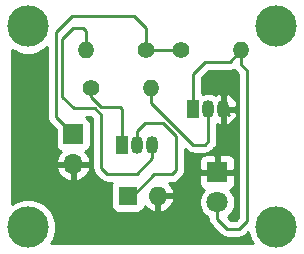
<source format=gbr>
%TF.GenerationSoftware,KiCad,Pcbnew,(5.1.12)-1*%
%TF.CreationDate,2023-08-26T20:12:22+05:30*%
%TF.ProjectId,low battery inductor,6c6f7720-6261-4747-9465-727920696e64,rev?*%
%TF.SameCoordinates,Original*%
%TF.FileFunction,Copper,L2,Bot*%
%TF.FilePolarity,Positive*%
%FSLAX46Y46*%
G04 Gerber Fmt 4.6, Leading zero omitted, Abs format (unit mm)*
G04 Created by KiCad (PCBNEW (5.1.12)-1) date 2023-08-26 20:12:22*
%MOMM*%
%LPD*%
G01*
G04 APERTURE LIST*
%TA.AperFunction,ComponentPad*%
%ADD10C,1.800000*%
%TD*%
%TA.AperFunction,ComponentPad*%
%ADD11R,1.800000X1.800000*%
%TD*%
%TA.AperFunction,ComponentPad*%
%ADD12O,1.700000X1.700000*%
%TD*%
%TA.AperFunction,ComponentPad*%
%ADD13R,1.700000X1.700000*%
%TD*%
%TA.AperFunction,ComponentPad*%
%ADD14O,1.400000X1.400000*%
%TD*%
%TA.AperFunction,ComponentPad*%
%ADD15C,1.400000*%
%TD*%
%TA.AperFunction,ComponentPad*%
%ADD16R,1.050000X1.500000*%
%TD*%
%TA.AperFunction,ComponentPad*%
%ADD17O,1.050000X1.500000*%
%TD*%
%TA.AperFunction,ComponentPad*%
%ADD18O,1.600000X1.600000*%
%TD*%
%TA.AperFunction,ComponentPad*%
%ADD19R,1.600000X1.600000*%
%TD*%
%TA.AperFunction,ViaPad*%
%ADD20C,3.500000*%
%TD*%
%TA.AperFunction,Conductor*%
%ADD21C,0.250000*%
%TD*%
%TA.AperFunction,Conductor*%
%ADD22C,0.254000*%
%TD*%
%TA.AperFunction,Conductor*%
%ADD23C,0.100000*%
%TD*%
G04 APERTURE END LIST*
D10*
%TO.P,D2,2*%
%TO.N,Net-(D2-Pad2)*%
X157020000Y-84870000D03*
D11*
%TO.P,D2,1*%
%TO.N,Earth*%
X157020000Y-82330000D03*
%TD*%
D12*
%TO.P,v1-12v1,2*%
%TO.N,Earth*%
X144825001Y-81665001D03*
D13*
%TO.P,v1-12v1,1*%
%TO.N,Net-(R1-Pad1)*%
X144825001Y-79125001D03*
%TD*%
D14*
%TO.P,R3,2*%
%TO.N,Net-(D2-Pad2)*%
X159080000Y-72000000D03*
D15*
%TO.P,R3,1*%
%TO.N,Net-(R1-Pad1)*%
X154000000Y-72000000D03*
%TD*%
D14*
%TO.P,R2,2*%
%TO.N,Net-(Q2-Pad2)*%
X151450000Y-75225001D03*
D15*
%TO.P,R2,1*%
%TO.N,Net-(Q1-Pad1)*%
X146370000Y-75225001D03*
%TD*%
D14*
%TO.P,R1,2*%
%TO.N,Net-(Q1-Pad3)*%
X145920000Y-72000000D03*
D15*
%TO.P,R1,1*%
%TO.N,Net-(R1-Pad1)*%
X151000000Y-72000000D03*
%TD*%
D16*
%TO.P,Q2,1*%
%TO.N,Net-(D2-Pad2)*%
X155000000Y-77000000D03*
D17*
%TO.P,Q2,3*%
%TO.N,Earth*%
X157540000Y-77000000D03*
%TO.P,Q2,2*%
%TO.N,Net-(Q2-Pad2)*%
X156270000Y-77000000D03*
%TD*%
D16*
%TO.P,Q1,1*%
%TO.N,Net-(Q1-Pad1)*%
X149000000Y-80000000D03*
D17*
%TO.P,Q1,3*%
%TO.N,Net-(Q1-Pad3)*%
X151540000Y-80000000D03*
%TO.P,Q1,2*%
%TO.N,Net-(D1-Pad1)*%
X150270000Y-80000000D03*
%TD*%
D18*
%TO.P,D1,2*%
%TO.N,Earth*%
X152000000Y-84325000D03*
D19*
%TO.P,D1,1*%
%TO.N,Net-(D1-Pad1)*%
X149460000Y-84325000D03*
%TD*%
D20*
%TO.N,*%
X141000000Y-70000000D03*
X162000000Y-70000000D03*
X141000000Y-87000000D03*
X162000000Y-87000000D03*
%TD*%
D21*
%TO.N,Earth*%
X158000000Y-77460000D02*
X157540000Y-77000000D01*
%TO.N,Net-(D1-Pad1)*%
X149460000Y-84325000D02*
X149895000Y-84325000D01*
X149895000Y-84325000D02*
X151710000Y-82510000D01*
X151710000Y-82510000D02*
X153190000Y-82510000D01*
X153190000Y-82510000D02*
X153510000Y-82190000D01*
X153510000Y-82190000D02*
X153510000Y-79260000D01*
X153510000Y-79260000D02*
X152420000Y-78170000D01*
X152420000Y-78170000D02*
X150920000Y-78170000D01*
X150270000Y-78820000D02*
X150270000Y-80000000D01*
X150920000Y-78170000D02*
X150270000Y-78820000D01*
%TO.N,Net-(D2-Pad2)*%
X158080000Y-73000000D02*
X159080000Y-72000000D01*
X156000000Y-73000000D02*
X158080000Y-73000000D01*
X155000000Y-74000000D02*
X156000000Y-73000000D01*
X155000000Y-77000000D02*
X155000000Y-74000000D01*
X157020000Y-84870000D02*
X157020000Y-86280000D01*
X157020000Y-86280000D02*
X157850000Y-87110000D01*
X157850000Y-87110000D02*
X158900000Y-87110000D01*
X158900000Y-87110000D02*
X159580000Y-86430000D01*
X159580000Y-86430000D02*
X159580000Y-73720000D01*
X159080000Y-73220000D02*
X159080000Y-72000000D01*
X159580000Y-73720000D02*
X159080000Y-73220000D01*
%TO.N,Net-(Q1-Pad1)*%
X146370000Y-75225001D02*
X146370000Y-76010000D01*
X146370000Y-76010000D02*
X147160000Y-76800000D01*
X147160000Y-76800000D02*
X148830000Y-76800000D01*
X149000000Y-76970000D02*
X149000000Y-80000000D01*
X148830000Y-76800000D02*
X149000000Y-76970000D01*
%TO.N,Net-(Q1-Pad3)*%
X145920000Y-70390000D02*
X145920000Y-72000000D01*
X145700000Y-70170000D02*
X145920000Y-70390000D01*
X144800000Y-70170000D02*
X145700000Y-70170000D01*
X143920000Y-71050000D02*
X144800000Y-70170000D01*
X143920000Y-75930000D02*
X143920000Y-71050000D01*
X144930000Y-76940000D02*
X143920000Y-75930000D01*
X146663590Y-76940000D02*
X144930000Y-76940000D01*
X147220000Y-77496410D02*
X146663590Y-76940000D01*
X147220000Y-81970000D02*
X147220000Y-77496410D01*
X147700000Y-82450000D02*
X147220000Y-81970000D01*
X150210000Y-82450000D02*
X147700000Y-82450000D01*
X151540000Y-81120000D02*
X150210000Y-82450000D01*
X151540000Y-80000000D02*
X151540000Y-81120000D01*
%TO.N,Net-(Q2-Pad2)*%
X156270000Y-76409998D02*
X156270000Y-77000000D01*
X156000000Y-80000000D02*
X156270000Y-79730000D01*
X155000000Y-80000000D02*
X156000000Y-80000000D01*
X151450000Y-76450000D02*
X155000000Y-80000000D01*
X156270000Y-79730000D02*
X156270000Y-77000000D01*
X151450000Y-75225001D02*
X151450000Y-76450000D01*
%TO.N,Net-(R1-Pad1)*%
X151000000Y-72000000D02*
X151000000Y-70140000D01*
X151000000Y-70140000D02*
X149980000Y-69120000D01*
X149980000Y-69120000D02*
X144740000Y-69120000D01*
X144740000Y-69120000D02*
X143370000Y-70490000D01*
X143370000Y-77670000D02*
X144825001Y-79125001D01*
X143370000Y-70490000D02*
X143370000Y-77670000D01*
X151000000Y-72000000D02*
X154000000Y-72000000D01*
%TD*%
D22*
%TO.N,Earth*%
X142610001Y-77632668D02*
X142606324Y-77670000D01*
X142610001Y-77707333D01*
X142615551Y-77763677D01*
X142620998Y-77818985D01*
X142664454Y-77962246D01*
X142735026Y-78094276D01*
X142781184Y-78150519D01*
X142830000Y-78210001D01*
X142858998Y-78233799D01*
X143336929Y-78711730D01*
X143336929Y-79975001D01*
X143349189Y-80099483D01*
X143385499Y-80219181D01*
X143444464Y-80329495D01*
X143523816Y-80426186D01*
X143620507Y-80505538D01*
X143730821Y-80564503D01*
X143811467Y-80588967D01*
X143727413Y-80664732D01*
X143553360Y-80898081D01*
X143428176Y-81160902D01*
X143383525Y-81308111D01*
X143504846Y-81538001D01*
X144698001Y-81538001D01*
X144698001Y-81518001D01*
X144952001Y-81518001D01*
X144952001Y-81538001D01*
X146145156Y-81538001D01*
X146266477Y-81308111D01*
X146221826Y-81160902D01*
X146096642Y-80898081D01*
X145922589Y-80664732D01*
X145838535Y-80588967D01*
X145919181Y-80564503D01*
X146029495Y-80505538D01*
X146126186Y-80426186D01*
X146205538Y-80329495D01*
X146264503Y-80219181D01*
X146300813Y-80099483D01*
X146313073Y-79975001D01*
X146313073Y-78275001D01*
X146300813Y-78150519D01*
X146264503Y-78030821D01*
X146205538Y-77920507D01*
X146126186Y-77823816D01*
X146029495Y-77744464D01*
X145946310Y-77700000D01*
X146348789Y-77700000D01*
X146460001Y-77811213D01*
X146460000Y-81932677D01*
X146456324Y-81970000D01*
X146460000Y-82007322D01*
X146460000Y-82007332D01*
X146470997Y-82118985D01*
X146514454Y-82262246D01*
X146585026Y-82394276D01*
X146615921Y-82431921D01*
X146679999Y-82510001D01*
X146709003Y-82533804D01*
X147136196Y-82960997D01*
X147159999Y-82990001D01*
X147262107Y-83073799D01*
X147275724Y-83084974D01*
X147407753Y-83155546D01*
X147551014Y-83199003D01*
X147700000Y-83213677D01*
X147737333Y-83210000D01*
X148108353Y-83210000D01*
X148070498Y-83280820D01*
X148034188Y-83400518D01*
X148021928Y-83525000D01*
X148021928Y-85125000D01*
X148034188Y-85249482D01*
X148070498Y-85369180D01*
X148129463Y-85479494D01*
X148208815Y-85576185D01*
X148305506Y-85655537D01*
X148415820Y-85714502D01*
X148535518Y-85750812D01*
X148660000Y-85763072D01*
X150260000Y-85763072D01*
X150384482Y-85750812D01*
X150504180Y-85714502D01*
X150614494Y-85655537D01*
X150711185Y-85576185D01*
X150790537Y-85479494D01*
X150849502Y-85369180D01*
X150885812Y-85249482D01*
X150888370Y-85223509D01*
X150936481Y-85288414D01*
X151144869Y-85477385D01*
X151386119Y-85622070D01*
X151650960Y-85716909D01*
X151873000Y-85595624D01*
X151873000Y-84452000D01*
X152127000Y-84452000D01*
X152127000Y-85595624D01*
X152349040Y-85716909D01*
X152613881Y-85622070D01*
X152855131Y-85477385D01*
X153063519Y-85288414D01*
X153231037Y-85062420D01*
X153351246Y-84808087D01*
X153391904Y-84674039D01*
X153269915Y-84452000D01*
X152127000Y-84452000D01*
X151873000Y-84452000D01*
X151853000Y-84452000D01*
X151853000Y-84198000D01*
X151873000Y-84198000D01*
X151873000Y-84178000D01*
X152127000Y-84178000D01*
X152127000Y-84198000D01*
X153269915Y-84198000D01*
X153391904Y-83975961D01*
X153351246Y-83841913D01*
X153231037Y-83587580D01*
X153063519Y-83361586D01*
X152962522Y-83270000D01*
X153152678Y-83270000D01*
X153190000Y-83273676D01*
X153227322Y-83270000D01*
X153227333Y-83270000D01*
X153338986Y-83259003D01*
X153482247Y-83215546D01*
X153614276Y-83144974D01*
X153730001Y-83050001D01*
X153753804Y-83020997D01*
X154020998Y-82753803D01*
X154050001Y-82730001D01*
X154144974Y-82614276D01*
X154215546Y-82482247D01*
X154259003Y-82338986D01*
X154270000Y-82227333D01*
X154270000Y-82227324D01*
X154273676Y-82190001D01*
X154270000Y-82152678D01*
X154270000Y-81430000D01*
X155481928Y-81430000D01*
X155485000Y-82044250D01*
X155643750Y-82203000D01*
X156893000Y-82203000D01*
X156893000Y-80953750D01*
X157147000Y-80953750D01*
X157147000Y-82203000D01*
X158396250Y-82203000D01*
X158555000Y-82044250D01*
X158558072Y-81430000D01*
X158545812Y-81305518D01*
X158509502Y-81185820D01*
X158450537Y-81075506D01*
X158371185Y-80978815D01*
X158274494Y-80899463D01*
X158164180Y-80840498D01*
X158044482Y-80804188D01*
X157920000Y-80791928D01*
X157305750Y-80795000D01*
X157147000Y-80953750D01*
X156893000Y-80953750D01*
X156734250Y-80795000D01*
X156120000Y-80791928D01*
X155995518Y-80804188D01*
X155875820Y-80840498D01*
X155765506Y-80899463D01*
X155668815Y-80978815D01*
X155589463Y-81075506D01*
X155530498Y-81185820D01*
X155494188Y-81305518D01*
X155481928Y-81430000D01*
X154270000Y-81430000D01*
X154270000Y-80344802D01*
X154436201Y-80511003D01*
X154459999Y-80540001D01*
X154488997Y-80563799D01*
X154575723Y-80634974D01*
X154707753Y-80705546D01*
X154851014Y-80749003D01*
X154962667Y-80760000D01*
X154962676Y-80760000D01*
X154999999Y-80763676D01*
X155037322Y-80760000D01*
X155962678Y-80760000D01*
X156000000Y-80763676D01*
X156037322Y-80760000D01*
X156037333Y-80760000D01*
X156148986Y-80749003D01*
X156292247Y-80705546D01*
X156424276Y-80634974D01*
X156540001Y-80540001D01*
X156563804Y-80510997D01*
X156780998Y-80293803D01*
X156810001Y-80270001D01*
X156904974Y-80154276D01*
X156975546Y-80022247D01*
X157019003Y-79878986D01*
X157030000Y-79767333D01*
X157030000Y-79767325D01*
X157033676Y-79730000D01*
X157030000Y-79692675D01*
X157030000Y-78271958D01*
X157172663Y-78335272D01*
X157234190Y-78343964D01*
X157413000Y-78218163D01*
X157413000Y-77453108D01*
X157413215Y-77452399D01*
X157430000Y-77281978D01*
X157430000Y-77127000D01*
X157667000Y-77127000D01*
X157667000Y-78218163D01*
X157845810Y-78343964D01*
X157907337Y-78335272D01*
X158116882Y-78242275D01*
X158304258Y-78110184D01*
X158462264Y-77944076D01*
X158584828Y-77750334D01*
X158667239Y-77536404D01*
X158706331Y-77310507D01*
X158546598Y-77127000D01*
X157667000Y-77127000D01*
X157430000Y-77127000D01*
X157430000Y-76718021D01*
X157413215Y-76547600D01*
X157413000Y-76546891D01*
X157413000Y-75781837D01*
X157667000Y-75781837D01*
X157667000Y-76873000D01*
X158546598Y-76873000D01*
X158706331Y-76689493D01*
X158667239Y-76463596D01*
X158584828Y-76249666D01*
X158462264Y-76055924D01*
X158304258Y-75889816D01*
X158116882Y-75757725D01*
X157907337Y-75664728D01*
X157845810Y-75656036D01*
X157667000Y-75781837D01*
X157413000Y-75781837D01*
X157234190Y-75656036D01*
X157172663Y-75664728D01*
X156963118Y-75757725D01*
X156904669Y-75798929D01*
X156716059Y-75698115D01*
X156497399Y-75631785D01*
X156270000Y-75609388D01*
X156042600Y-75631785D01*
X155833902Y-75695093D01*
X155769180Y-75660498D01*
X155760000Y-75657713D01*
X155760000Y-74314801D01*
X156314802Y-73760000D01*
X158042678Y-73760000D01*
X158080000Y-73763676D01*
X158117322Y-73760000D01*
X158117333Y-73760000D01*
X158228986Y-73749003D01*
X158372247Y-73705546D01*
X158457786Y-73659824D01*
X158476533Y-73682667D01*
X158539999Y-73760001D01*
X158569003Y-73783804D01*
X158820001Y-74034802D01*
X158820000Y-86115198D01*
X158585199Y-86350000D01*
X158164802Y-86350000D01*
X157925736Y-86110935D01*
X157998505Y-86062312D01*
X158212312Y-85848505D01*
X158380299Y-85597095D01*
X158496011Y-85317743D01*
X158555000Y-85021184D01*
X158555000Y-84718816D01*
X158496011Y-84422257D01*
X158380299Y-84142905D01*
X158212312Y-83891495D01*
X158145873Y-83825056D01*
X158164180Y-83819502D01*
X158274494Y-83760537D01*
X158371185Y-83681185D01*
X158450537Y-83584494D01*
X158509502Y-83474180D01*
X158545812Y-83354482D01*
X158558072Y-83230000D01*
X158555000Y-82615750D01*
X158396250Y-82457000D01*
X157147000Y-82457000D01*
X157147000Y-82477000D01*
X156893000Y-82477000D01*
X156893000Y-82457000D01*
X155643750Y-82457000D01*
X155485000Y-82615750D01*
X155481928Y-83230000D01*
X155494188Y-83354482D01*
X155530498Y-83474180D01*
X155589463Y-83584494D01*
X155668815Y-83681185D01*
X155765506Y-83760537D01*
X155875820Y-83819502D01*
X155894127Y-83825056D01*
X155827688Y-83891495D01*
X155659701Y-84142905D01*
X155543989Y-84422257D01*
X155485000Y-84718816D01*
X155485000Y-85021184D01*
X155543989Y-85317743D01*
X155659701Y-85597095D01*
X155827688Y-85848505D01*
X156041495Y-86062312D01*
X156260001Y-86208313D01*
X156260001Y-86242668D01*
X156256324Y-86280000D01*
X156260001Y-86317333D01*
X156263219Y-86350000D01*
X156270998Y-86428985D01*
X156314454Y-86572246D01*
X156385026Y-86704276D01*
X156399775Y-86722247D01*
X156480000Y-86820001D01*
X156508998Y-86843799D01*
X157286201Y-87621002D01*
X157309999Y-87650001D01*
X157425724Y-87744974D01*
X157557753Y-87815546D01*
X157701014Y-87859003D01*
X157812667Y-87870000D01*
X157812676Y-87870000D01*
X157849999Y-87873676D01*
X157887322Y-87870000D01*
X158862678Y-87870000D01*
X158900000Y-87873676D01*
X158937322Y-87870000D01*
X158937333Y-87870000D01*
X159048986Y-87859003D01*
X159192247Y-87815546D01*
X159324276Y-87744974D01*
X159440001Y-87650001D01*
X159463803Y-87620998D01*
X159653972Y-87430829D01*
X159706654Y-87695679D01*
X159886440Y-88129721D01*
X160026944Y-88340000D01*
X142973056Y-88340000D01*
X143113560Y-88129721D01*
X143293346Y-87695679D01*
X143385000Y-87234902D01*
X143385000Y-86765098D01*
X143293346Y-86304321D01*
X143113560Y-85870279D01*
X142852550Y-85479651D01*
X142520349Y-85147450D01*
X142129721Y-84886440D01*
X141695679Y-84706654D01*
X141234902Y-84615000D01*
X140765098Y-84615000D01*
X140304321Y-84706654D01*
X139870279Y-84886440D01*
X139660000Y-85026944D01*
X139660000Y-82021891D01*
X143383525Y-82021891D01*
X143428176Y-82169100D01*
X143553360Y-82431921D01*
X143727413Y-82665270D01*
X143943646Y-82860179D01*
X144193749Y-83009158D01*
X144468110Y-83106482D01*
X144698001Y-82985815D01*
X144698001Y-81792001D01*
X144952001Y-81792001D01*
X144952001Y-82985815D01*
X145181892Y-83106482D01*
X145456253Y-83009158D01*
X145706356Y-82860179D01*
X145922589Y-82665270D01*
X146096642Y-82431921D01*
X146221826Y-82169100D01*
X146266477Y-82021891D01*
X146145156Y-81792001D01*
X144952001Y-81792001D01*
X144698001Y-81792001D01*
X143504846Y-81792001D01*
X143383525Y-82021891D01*
X139660000Y-82021891D01*
X139660000Y-71973056D01*
X139870279Y-72113560D01*
X140304321Y-72293346D01*
X140765098Y-72385000D01*
X141234902Y-72385000D01*
X141695679Y-72293346D01*
X142129721Y-72113560D01*
X142520349Y-71852550D01*
X142610000Y-71762899D01*
X142610001Y-77632668D01*
%TA.AperFunction,Conductor*%
D23*
G36*
X142610001Y-77632668D02*
G01*
X142606324Y-77670000D01*
X142610001Y-77707333D01*
X142615551Y-77763677D01*
X142620998Y-77818985D01*
X142664454Y-77962246D01*
X142735026Y-78094276D01*
X142781184Y-78150519D01*
X142830000Y-78210001D01*
X142858998Y-78233799D01*
X143336929Y-78711730D01*
X143336929Y-79975001D01*
X143349189Y-80099483D01*
X143385499Y-80219181D01*
X143444464Y-80329495D01*
X143523816Y-80426186D01*
X143620507Y-80505538D01*
X143730821Y-80564503D01*
X143811467Y-80588967D01*
X143727413Y-80664732D01*
X143553360Y-80898081D01*
X143428176Y-81160902D01*
X143383525Y-81308111D01*
X143504846Y-81538001D01*
X144698001Y-81538001D01*
X144698001Y-81518001D01*
X144952001Y-81518001D01*
X144952001Y-81538001D01*
X146145156Y-81538001D01*
X146266477Y-81308111D01*
X146221826Y-81160902D01*
X146096642Y-80898081D01*
X145922589Y-80664732D01*
X145838535Y-80588967D01*
X145919181Y-80564503D01*
X146029495Y-80505538D01*
X146126186Y-80426186D01*
X146205538Y-80329495D01*
X146264503Y-80219181D01*
X146300813Y-80099483D01*
X146313073Y-79975001D01*
X146313073Y-78275001D01*
X146300813Y-78150519D01*
X146264503Y-78030821D01*
X146205538Y-77920507D01*
X146126186Y-77823816D01*
X146029495Y-77744464D01*
X145946310Y-77700000D01*
X146348789Y-77700000D01*
X146460001Y-77811213D01*
X146460000Y-81932677D01*
X146456324Y-81970000D01*
X146460000Y-82007322D01*
X146460000Y-82007332D01*
X146470997Y-82118985D01*
X146514454Y-82262246D01*
X146585026Y-82394276D01*
X146615921Y-82431921D01*
X146679999Y-82510001D01*
X146709003Y-82533804D01*
X147136196Y-82960997D01*
X147159999Y-82990001D01*
X147262107Y-83073799D01*
X147275724Y-83084974D01*
X147407753Y-83155546D01*
X147551014Y-83199003D01*
X147700000Y-83213677D01*
X147737333Y-83210000D01*
X148108353Y-83210000D01*
X148070498Y-83280820D01*
X148034188Y-83400518D01*
X148021928Y-83525000D01*
X148021928Y-85125000D01*
X148034188Y-85249482D01*
X148070498Y-85369180D01*
X148129463Y-85479494D01*
X148208815Y-85576185D01*
X148305506Y-85655537D01*
X148415820Y-85714502D01*
X148535518Y-85750812D01*
X148660000Y-85763072D01*
X150260000Y-85763072D01*
X150384482Y-85750812D01*
X150504180Y-85714502D01*
X150614494Y-85655537D01*
X150711185Y-85576185D01*
X150790537Y-85479494D01*
X150849502Y-85369180D01*
X150885812Y-85249482D01*
X150888370Y-85223509D01*
X150936481Y-85288414D01*
X151144869Y-85477385D01*
X151386119Y-85622070D01*
X151650960Y-85716909D01*
X151873000Y-85595624D01*
X151873000Y-84452000D01*
X152127000Y-84452000D01*
X152127000Y-85595624D01*
X152349040Y-85716909D01*
X152613881Y-85622070D01*
X152855131Y-85477385D01*
X153063519Y-85288414D01*
X153231037Y-85062420D01*
X153351246Y-84808087D01*
X153391904Y-84674039D01*
X153269915Y-84452000D01*
X152127000Y-84452000D01*
X151873000Y-84452000D01*
X151853000Y-84452000D01*
X151853000Y-84198000D01*
X151873000Y-84198000D01*
X151873000Y-84178000D01*
X152127000Y-84178000D01*
X152127000Y-84198000D01*
X153269915Y-84198000D01*
X153391904Y-83975961D01*
X153351246Y-83841913D01*
X153231037Y-83587580D01*
X153063519Y-83361586D01*
X152962522Y-83270000D01*
X153152678Y-83270000D01*
X153190000Y-83273676D01*
X153227322Y-83270000D01*
X153227333Y-83270000D01*
X153338986Y-83259003D01*
X153482247Y-83215546D01*
X153614276Y-83144974D01*
X153730001Y-83050001D01*
X153753804Y-83020997D01*
X154020998Y-82753803D01*
X154050001Y-82730001D01*
X154144974Y-82614276D01*
X154215546Y-82482247D01*
X154259003Y-82338986D01*
X154270000Y-82227333D01*
X154270000Y-82227324D01*
X154273676Y-82190001D01*
X154270000Y-82152678D01*
X154270000Y-81430000D01*
X155481928Y-81430000D01*
X155485000Y-82044250D01*
X155643750Y-82203000D01*
X156893000Y-82203000D01*
X156893000Y-80953750D01*
X157147000Y-80953750D01*
X157147000Y-82203000D01*
X158396250Y-82203000D01*
X158555000Y-82044250D01*
X158558072Y-81430000D01*
X158545812Y-81305518D01*
X158509502Y-81185820D01*
X158450537Y-81075506D01*
X158371185Y-80978815D01*
X158274494Y-80899463D01*
X158164180Y-80840498D01*
X158044482Y-80804188D01*
X157920000Y-80791928D01*
X157305750Y-80795000D01*
X157147000Y-80953750D01*
X156893000Y-80953750D01*
X156734250Y-80795000D01*
X156120000Y-80791928D01*
X155995518Y-80804188D01*
X155875820Y-80840498D01*
X155765506Y-80899463D01*
X155668815Y-80978815D01*
X155589463Y-81075506D01*
X155530498Y-81185820D01*
X155494188Y-81305518D01*
X155481928Y-81430000D01*
X154270000Y-81430000D01*
X154270000Y-80344802D01*
X154436201Y-80511003D01*
X154459999Y-80540001D01*
X154488997Y-80563799D01*
X154575723Y-80634974D01*
X154707753Y-80705546D01*
X154851014Y-80749003D01*
X154962667Y-80760000D01*
X154962676Y-80760000D01*
X154999999Y-80763676D01*
X155037322Y-80760000D01*
X155962678Y-80760000D01*
X156000000Y-80763676D01*
X156037322Y-80760000D01*
X156037333Y-80760000D01*
X156148986Y-80749003D01*
X156292247Y-80705546D01*
X156424276Y-80634974D01*
X156540001Y-80540001D01*
X156563804Y-80510997D01*
X156780998Y-80293803D01*
X156810001Y-80270001D01*
X156904974Y-80154276D01*
X156975546Y-80022247D01*
X157019003Y-79878986D01*
X157030000Y-79767333D01*
X157030000Y-79767325D01*
X157033676Y-79730000D01*
X157030000Y-79692675D01*
X157030000Y-78271958D01*
X157172663Y-78335272D01*
X157234190Y-78343964D01*
X157413000Y-78218163D01*
X157413000Y-77453108D01*
X157413215Y-77452399D01*
X157430000Y-77281978D01*
X157430000Y-77127000D01*
X157667000Y-77127000D01*
X157667000Y-78218163D01*
X157845810Y-78343964D01*
X157907337Y-78335272D01*
X158116882Y-78242275D01*
X158304258Y-78110184D01*
X158462264Y-77944076D01*
X158584828Y-77750334D01*
X158667239Y-77536404D01*
X158706331Y-77310507D01*
X158546598Y-77127000D01*
X157667000Y-77127000D01*
X157430000Y-77127000D01*
X157430000Y-76718021D01*
X157413215Y-76547600D01*
X157413000Y-76546891D01*
X157413000Y-75781837D01*
X157667000Y-75781837D01*
X157667000Y-76873000D01*
X158546598Y-76873000D01*
X158706331Y-76689493D01*
X158667239Y-76463596D01*
X158584828Y-76249666D01*
X158462264Y-76055924D01*
X158304258Y-75889816D01*
X158116882Y-75757725D01*
X157907337Y-75664728D01*
X157845810Y-75656036D01*
X157667000Y-75781837D01*
X157413000Y-75781837D01*
X157234190Y-75656036D01*
X157172663Y-75664728D01*
X156963118Y-75757725D01*
X156904669Y-75798929D01*
X156716059Y-75698115D01*
X156497399Y-75631785D01*
X156270000Y-75609388D01*
X156042600Y-75631785D01*
X155833902Y-75695093D01*
X155769180Y-75660498D01*
X155760000Y-75657713D01*
X155760000Y-74314801D01*
X156314802Y-73760000D01*
X158042678Y-73760000D01*
X158080000Y-73763676D01*
X158117322Y-73760000D01*
X158117333Y-73760000D01*
X158228986Y-73749003D01*
X158372247Y-73705546D01*
X158457786Y-73659824D01*
X158476533Y-73682667D01*
X158539999Y-73760001D01*
X158569003Y-73783804D01*
X158820001Y-74034802D01*
X158820000Y-86115198D01*
X158585199Y-86350000D01*
X158164802Y-86350000D01*
X157925736Y-86110935D01*
X157998505Y-86062312D01*
X158212312Y-85848505D01*
X158380299Y-85597095D01*
X158496011Y-85317743D01*
X158555000Y-85021184D01*
X158555000Y-84718816D01*
X158496011Y-84422257D01*
X158380299Y-84142905D01*
X158212312Y-83891495D01*
X158145873Y-83825056D01*
X158164180Y-83819502D01*
X158274494Y-83760537D01*
X158371185Y-83681185D01*
X158450537Y-83584494D01*
X158509502Y-83474180D01*
X158545812Y-83354482D01*
X158558072Y-83230000D01*
X158555000Y-82615750D01*
X158396250Y-82457000D01*
X157147000Y-82457000D01*
X157147000Y-82477000D01*
X156893000Y-82477000D01*
X156893000Y-82457000D01*
X155643750Y-82457000D01*
X155485000Y-82615750D01*
X155481928Y-83230000D01*
X155494188Y-83354482D01*
X155530498Y-83474180D01*
X155589463Y-83584494D01*
X155668815Y-83681185D01*
X155765506Y-83760537D01*
X155875820Y-83819502D01*
X155894127Y-83825056D01*
X155827688Y-83891495D01*
X155659701Y-84142905D01*
X155543989Y-84422257D01*
X155485000Y-84718816D01*
X155485000Y-85021184D01*
X155543989Y-85317743D01*
X155659701Y-85597095D01*
X155827688Y-85848505D01*
X156041495Y-86062312D01*
X156260001Y-86208313D01*
X156260001Y-86242668D01*
X156256324Y-86280000D01*
X156260001Y-86317333D01*
X156263219Y-86350000D01*
X156270998Y-86428985D01*
X156314454Y-86572246D01*
X156385026Y-86704276D01*
X156399775Y-86722247D01*
X156480000Y-86820001D01*
X156508998Y-86843799D01*
X157286201Y-87621002D01*
X157309999Y-87650001D01*
X157425724Y-87744974D01*
X157557753Y-87815546D01*
X157701014Y-87859003D01*
X157812667Y-87870000D01*
X157812676Y-87870000D01*
X157849999Y-87873676D01*
X157887322Y-87870000D01*
X158862678Y-87870000D01*
X158900000Y-87873676D01*
X158937322Y-87870000D01*
X158937333Y-87870000D01*
X159048986Y-87859003D01*
X159192247Y-87815546D01*
X159324276Y-87744974D01*
X159440001Y-87650001D01*
X159463803Y-87620998D01*
X159653972Y-87430829D01*
X159706654Y-87695679D01*
X159886440Y-88129721D01*
X160026944Y-88340000D01*
X142973056Y-88340000D01*
X143113560Y-88129721D01*
X143293346Y-87695679D01*
X143385000Y-87234902D01*
X143385000Y-86765098D01*
X143293346Y-86304321D01*
X143113560Y-85870279D01*
X142852550Y-85479651D01*
X142520349Y-85147450D01*
X142129721Y-84886440D01*
X141695679Y-84706654D01*
X141234902Y-84615000D01*
X140765098Y-84615000D01*
X140304321Y-84706654D01*
X139870279Y-84886440D01*
X139660000Y-85026944D01*
X139660000Y-82021891D01*
X143383525Y-82021891D01*
X143428176Y-82169100D01*
X143553360Y-82431921D01*
X143727413Y-82665270D01*
X143943646Y-82860179D01*
X144193749Y-83009158D01*
X144468110Y-83106482D01*
X144698001Y-82985815D01*
X144698001Y-81792001D01*
X144952001Y-81792001D01*
X144952001Y-82985815D01*
X145181892Y-83106482D01*
X145456253Y-83009158D01*
X145706356Y-82860179D01*
X145922589Y-82665270D01*
X146096642Y-82431921D01*
X146221826Y-82169100D01*
X146266477Y-82021891D01*
X146145156Y-81792001D01*
X144952001Y-81792001D01*
X144698001Y-81792001D01*
X143504846Y-81792001D01*
X143383525Y-82021891D01*
X139660000Y-82021891D01*
X139660000Y-71973056D01*
X139870279Y-72113560D01*
X140304321Y-72293346D01*
X140765098Y-72385000D01*
X141234902Y-72385000D01*
X141695679Y-72293346D01*
X142129721Y-72113560D01*
X142520349Y-71852550D01*
X142610000Y-71762899D01*
X142610001Y-77632668D01*
G37*
%TD.AperFunction*%
%TD*%
M02*

</source>
